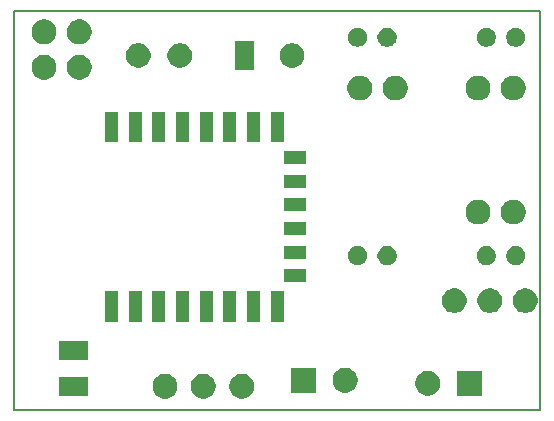
<source format=gbr>
%TF.GenerationSoftware,KiCad,Pcbnew,5.0.1*%
%TF.CreationDate,2019-02-20T12:32:28+01:00*%
%TF.ProjectId,rgbww-micro-board,72676277772D6D6963726F2D626F6172,rev?*%
%TF.SameCoordinates,PXb903480PY55d4a80*%
%TF.FileFunction,Soldermask,Top*%
%TF.FilePolarity,Negative*%
%FSLAX46Y46*%
G04 Gerber Fmt 4.6, Leading zero omitted, Abs format (unit mm)*
G04 Created by KiCad (PCBNEW 5.0.1) date Mi 20 Feb 2019 12:32:28 CET*
%MOMM*%
%LPD*%
G01*
G04 APERTURE LIST*
%ADD10C,0.200000*%
%ADD11C,0.100000*%
G04 APERTURE END LIST*
D10*
X44500000Y33750000D02*
X0Y33750000D01*
X44500000Y0D02*
X44500000Y33750000D01*
X0Y0D02*
X44500000Y0D01*
X0Y33750000D02*
X0Y0D01*
D11*
G36*
X13056414Y3010121D02*
X13056416Y3010120D01*
X13056417Y3010120D01*
X13086078Y2997834D01*
X13247594Y2930932D01*
X13419651Y2815967D01*
X13565967Y2669651D01*
X13680932Y2497594D01*
X13760121Y2306414D01*
X13800490Y2103466D01*
X13800490Y1896534D01*
X13760121Y1693586D01*
X13680932Y1502406D01*
X13565967Y1330349D01*
X13419651Y1184033D01*
X13419648Y1184031D01*
X13247594Y1069068D01*
X13056417Y989880D01*
X13056416Y989880D01*
X13056414Y989879D01*
X12853466Y949510D01*
X12646534Y949510D01*
X12443586Y989879D01*
X12443584Y989880D01*
X12443583Y989880D01*
X12252406Y1069068D01*
X12080352Y1184031D01*
X12080349Y1184033D01*
X11934033Y1330349D01*
X11819068Y1502406D01*
X11739879Y1693586D01*
X11699510Y1896534D01*
X11699510Y2103466D01*
X11739879Y2306414D01*
X11819068Y2497594D01*
X11934033Y2669651D01*
X12080349Y2815967D01*
X12252406Y2930932D01*
X12413922Y2997834D01*
X12443583Y3010120D01*
X12443584Y3010120D01*
X12443586Y3010121D01*
X12646534Y3050490D01*
X12853466Y3050490D01*
X13056414Y3010121D01*
X13056414Y3010121D01*
G37*
G36*
X16306414Y3010121D02*
X16306416Y3010120D01*
X16306417Y3010120D01*
X16336078Y2997834D01*
X16497594Y2930932D01*
X16669651Y2815967D01*
X16815967Y2669651D01*
X16930932Y2497594D01*
X17010121Y2306414D01*
X17050490Y2103466D01*
X17050490Y1896534D01*
X17010121Y1693586D01*
X16930932Y1502406D01*
X16815967Y1330349D01*
X16669651Y1184033D01*
X16669648Y1184031D01*
X16497594Y1069068D01*
X16306417Y989880D01*
X16306416Y989880D01*
X16306414Y989879D01*
X16103466Y949510D01*
X15896534Y949510D01*
X15693586Y989879D01*
X15693584Y989880D01*
X15693583Y989880D01*
X15502406Y1069068D01*
X15330352Y1184031D01*
X15330349Y1184033D01*
X15184033Y1330349D01*
X15069068Y1502406D01*
X14989879Y1693586D01*
X14949510Y1896534D01*
X14949510Y2103466D01*
X14989879Y2306414D01*
X15069068Y2497594D01*
X15184033Y2669651D01*
X15330349Y2815967D01*
X15502406Y2930932D01*
X15663922Y2997834D01*
X15693583Y3010120D01*
X15693584Y3010120D01*
X15693586Y3010121D01*
X15896534Y3050490D01*
X16103466Y3050490D01*
X16306414Y3010121D01*
X16306414Y3010121D01*
G37*
G36*
X19556414Y3010121D02*
X19556416Y3010120D01*
X19556417Y3010120D01*
X19586078Y2997834D01*
X19747594Y2930932D01*
X19919651Y2815967D01*
X20065967Y2669651D01*
X20180932Y2497594D01*
X20260121Y2306414D01*
X20300490Y2103466D01*
X20300490Y1896534D01*
X20260121Y1693586D01*
X20180932Y1502406D01*
X20065967Y1330349D01*
X19919651Y1184033D01*
X19919648Y1184031D01*
X19747594Y1069068D01*
X19556417Y989880D01*
X19556416Y989880D01*
X19556414Y989879D01*
X19353466Y949510D01*
X19146534Y949510D01*
X18943586Y989879D01*
X18943584Y989880D01*
X18943583Y989880D01*
X18752406Y1069068D01*
X18580352Y1184031D01*
X18580349Y1184033D01*
X18434033Y1330349D01*
X18319068Y1502406D01*
X18239879Y1693586D01*
X18199510Y1896534D01*
X18199510Y2103466D01*
X18239879Y2306414D01*
X18319068Y2497594D01*
X18434033Y2669651D01*
X18580349Y2815967D01*
X18752406Y2930932D01*
X18913922Y2997834D01*
X18943583Y3010120D01*
X18943584Y3010120D01*
X18943586Y3010121D01*
X19146534Y3050490D01*
X19353466Y3050490D01*
X19556414Y3010121D01*
X19556414Y3010121D01*
G37*
G36*
X6201000Y1199000D02*
X3799000Y1199000D01*
X3799000Y2801000D01*
X6201000Y2801000D01*
X6201000Y1199000D01*
X6201000Y1199000D01*
G37*
G36*
X39551000Y1199000D02*
X37449000Y1199000D01*
X37449000Y3301000D01*
X39551000Y3301000D01*
X39551000Y1199000D01*
X39551000Y1199000D01*
G37*
G36*
X35306565Y3260611D02*
X35497834Y3181385D01*
X35669976Y3066363D01*
X35816363Y2919976D01*
X35931385Y2747834D01*
X36010611Y2556565D01*
X36051000Y2353516D01*
X36051000Y2146484D01*
X36010611Y1943435D01*
X35931385Y1752166D01*
X35816363Y1580024D01*
X35669976Y1433637D01*
X35497834Y1318615D01*
X35306565Y1239389D01*
X35103516Y1199000D01*
X34896484Y1199000D01*
X34693435Y1239389D01*
X34502166Y1318615D01*
X34330024Y1433637D01*
X34183637Y1580024D01*
X34068615Y1752166D01*
X33989389Y1943435D01*
X33949000Y2146484D01*
X33949000Y2353516D01*
X33989389Y2556565D01*
X34068615Y2747834D01*
X34183637Y2919976D01*
X34330024Y3066363D01*
X34502166Y3181385D01*
X34693435Y3260611D01*
X34896484Y3301000D01*
X35103516Y3301000D01*
X35306565Y3260611D01*
X35306565Y3260611D01*
G37*
G36*
X25551000Y1449000D02*
X23449000Y1449000D01*
X23449000Y3551000D01*
X25551000Y3551000D01*
X25551000Y1449000D01*
X25551000Y1449000D01*
G37*
G36*
X28306565Y3510611D02*
X28497834Y3431385D01*
X28669976Y3316363D01*
X28816363Y3169976D01*
X28931385Y2997834D01*
X29010611Y2806565D01*
X29051000Y2603516D01*
X29051000Y2396484D01*
X29010611Y2193435D01*
X28931385Y2002166D01*
X28816363Y1830024D01*
X28669976Y1683637D01*
X28497834Y1568615D01*
X28306565Y1489389D01*
X28103516Y1449000D01*
X27896484Y1449000D01*
X27693435Y1489389D01*
X27502166Y1568615D01*
X27330024Y1683637D01*
X27183637Y1830024D01*
X27068615Y2002166D01*
X26989389Y2193435D01*
X26949000Y2396484D01*
X26949000Y2603516D01*
X26989389Y2806565D01*
X27068615Y2997834D01*
X27183637Y3169976D01*
X27330024Y3316363D01*
X27502166Y3431385D01*
X27693435Y3510611D01*
X27896484Y3551000D01*
X28103516Y3551000D01*
X28306565Y3510611D01*
X28306565Y3510611D01*
G37*
G36*
X6201000Y4199000D02*
X3799000Y4199000D01*
X3799000Y5801000D01*
X6201000Y5801000D01*
X6201000Y4199000D01*
X6201000Y4199000D01*
G37*
G36*
X10791000Y7439000D02*
X9689000Y7439000D01*
X9689000Y10041000D01*
X10791000Y10041000D01*
X10791000Y7439000D01*
X10791000Y7439000D01*
G37*
G36*
X8791000Y7439000D02*
X7689000Y7439000D01*
X7689000Y10041000D01*
X8791000Y10041000D01*
X8791000Y7439000D01*
X8791000Y7439000D01*
G37*
G36*
X12791000Y7439000D02*
X11689000Y7439000D01*
X11689000Y10041000D01*
X12791000Y10041000D01*
X12791000Y7439000D01*
X12791000Y7439000D01*
G37*
G36*
X14791000Y7439000D02*
X13689000Y7439000D01*
X13689000Y10041000D01*
X14791000Y10041000D01*
X14791000Y7439000D01*
X14791000Y7439000D01*
G37*
G36*
X16791000Y7439000D02*
X15689000Y7439000D01*
X15689000Y10041000D01*
X16791000Y10041000D01*
X16791000Y7439000D01*
X16791000Y7439000D01*
G37*
G36*
X18791000Y7439000D02*
X17689000Y7439000D01*
X17689000Y10041000D01*
X18791000Y10041000D01*
X18791000Y7439000D01*
X18791000Y7439000D01*
G37*
G36*
X22791000Y7439000D02*
X21689000Y7439000D01*
X21689000Y10041000D01*
X22791000Y10041000D01*
X22791000Y7439000D01*
X22791000Y7439000D01*
G37*
G36*
X20791000Y7439000D02*
X19689000Y7439000D01*
X19689000Y10041000D01*
X20791000Y10041000D01*
X20791000Y7439000D01*
X20791000Y7439000D01*
G37*
G36*
X43556414Y10260121D02*
X43556416Y10260120D01*
X43556417Y10260120D01*
X43747594Y10180932D01*
X43919651Y10065967D01*
X44065967Y9919651D01*
X44180932Y9747594D01*
X44260121Y9556414D01*
X44300490Y9353466D01*
X44300490Y9146534D01*
X44260121Y8943586D01*
X44180932Y8752406D01*
X44065967Y8580349D01*
X43919651Y8434033D01*
X43919648Y8434031D01*
X43747594Y8319068D01*
X43556417Y8239880D01*
X43556416Y8239880D01*
X43556414Y8239879D01*
X43353466Y8199510D01*
X43146534Y8199510D01*
X42943586Y8239879D01*
X42943584Y8239880D01*
X42943583Y8239880D01*
X42752406Y8319068D01*
X42580352Y8434031D01*
X42580349Y8434033D01*
X42434033Y8580349D01*
X42319068Y8752406D01*
X42239879Y8943586D01*
X42199510Y9146534D01*
X42199510Y9353466D01*
X42239879Y9556414D01*
X42319068Y9747594D01*
X42434033Y9919651D01*
X42580349Y10065967D01*
X42752406Y10180932D01*
X42943583Y10260120D01*
X42943584Y10260120D01*
X42943586Y10260121D01*
X43146534Y10300490D01*
X43353466Y10300490D01*
X43556414Y10260121D01*
X43556414Y10260121D01*
G37*
G36*
X40556414Y10260121D02*
X40556416Y10260120D01*
X40556417Y10260120D01*
X40747594Y10180932D01*
X40919651Y10065967D01*
X41065967Y9919651D01*
X41180932Y9747594D01*
X41260121Y9556414D01*
X41300490Y9353466D01*
X41300490Y9146534D01*
X41260121Y8943586D01*
X41180932Y8752406D01*
X41065967Y8580349D01*
X40919651Y8434033D01*
X40919648Y8434031D01*
X40747594Y8319068D01*
X40556417Y8239880D01*
X40556416Y8239880D01*
X40556414Y8239879D01*
X40353466Y8199510D01*
X40146534Y8199510D01*
X39943586Y8239879D01*
X39943584Y8239880D01*
X39943583Y8239880D01*
X39752406Y8319068D01*
X39580352Y8434031D01*
X39580349Y8434033D01*
X39434033Y8580349D01*
X39319068Y8752406D01*
X39239879Y8943586D01*
X39199510Y9146534D01*
X39199510Y9353466D01*
X39239879Y9556414D01*
X39319068Y9747594D01*
X39434033Y9919651D01*
X39580349Y10065967D01*
X39752406Y10180932D01*
X39943583Y10260120D01*
X39943584Y10260120D01*
X39943586Y10260121D01*
X40146534Y10300490D01*
X40353466Y10300490D01*
X40556414Y10260121D01*
X40556414Y10260121D01*
G37*
G36*
X37556414Y10260121D02*
X37556416Y10260120D01*
X37556417Y10260120D01*
X37747594Y10180932D01*
X37919651Y10065967D01*
X38065967Y9919651D01*
X38180932Y9747594D01*
X38260121Y9556414D01*
X38300490Y9353466D01*
X38300490Y9146534D01*
X38260121Y8943586D01*
X38180932Y8752406D01*
X38065967Y8580349D01*
X37919651Y8434033D01*
X37919648Y8434031D01*
X37747594Y8319068D01*
X37556417Y8239880D01*
X37556416Y8239880D01*
X37556414Y8239879D01*
X37353466Y8199510D01*
X37146534Y8199510D01*
X36943586Y8239879D01*
X36943584Y8239880D01*
X36943583Y8239880D01*
X36752406Y8319068D01*
X36580352Y8434031D01*
X36580349Y8434033D01*
X36434033Y8580349D01*
X36319068Y8752406D01*
X36239879Y8943586D01*
X36199510Y9146534D01*
X36199510Y9353466D01*
X36239879Y9556414D01*
X36319068Y9747594D01*
X36434033Y9919651D01*
X36580349Y10065967D01*
X36752406Y10180932D01*
X36943583Y10260120D01*
X36943584Y10260120D01*
X36943586Y10260121D01*
X37146534Y10300490D01*
X37353466Y10300490D01*
X37556414Y10260121D01*
X37556414Y10260121D01*
G37*
G36*
X24691000Y10789000D02*
X22789000Y10789000D01*
X22789000Y11891000D01*
X24691000Y11891000D01*
X24691000Y10789000D01*
X24691000Y10789000D01*
G37*
G36*
X40187142Y13831758D02*
X40335102Y13770470D01*
X40468258Y13681498D01*
X40581498Y13568258D01*
X40670470Y13435102D01*
X40731758Y13287142D01*
X40763000Y13130075D01*
X40763000Y12969925D01*
X40731758Y12812858D01*
X40670470Y12664898D01*
X40581498Y12531742D01*
X40468258Y12418502D01*
X40335102Y12329530D01*
X40187142Y12268242D01*
X40030075Y12237000D01*
X39869925Y12237000D01*
X39712858Y12268242D01*
X39564898Y12329530D01*
X39431742Y12418502D01*
X39318502Y12531742D01*
X39229530Y12664898D01*
X39168242Y12812858D01*
X39137000Y12969925D01*
X39137000Y13130075D01*
X39168242Y13287142D01*
X39229530Y13435102D01*
X39318502Y13568258D01*
X39431742Y13681498D01*
X39564898Y13770470D01*
X39712858Y13831758D01*
X39869925Y13863000D01*
X40030075Y13863000D01*
X40187142Y13831758D01*
X40187142Y13831758D01*
G37*
G36*
X31787142Y13831758D02*
X31935102Y13770470D01*
X32068258Y13681498D01*
X32181498Y13568258D01*
X32270470Y13435102D01*
X32331758Y13287142D01*
X32363000Y13130075D01*
X32363000Y12969925D01*
X32331758Y12812858D01*
X32270470Y12664898D01*
X32181498Y12531742D01*
X32068258Y12418502D01*
X31935102Y12329530D01*
X31787142Y12268242D01*
X31630075Y12237000D01*
X31469925Y12237000D01*
X31312858Y12268242D01*
X31164898Y12329530D01*
X31031742Y12418502D01*
X30918502Y12531742D01*
X30829530Y12664898D01*
X30768242Y12812858D01*
X30737000Y12969925D01*
X30737000Y13130075D01*
X30768242Y13287142D01*
X30829530Y13435102D01*
X30918502Y13568258D01*
X31031742Y13681498D01*
X31164898Y13770470D01*
X31312858Y13831758D01*
X31469925Y13863000D01*
X31630075Y13863000D01*
X31787142Y13831758D01*
X31787142Y13831758D01*
G37*
G36*
X42687142Y13831758D02*
X42835102Y13770470D01*
X42968258Y13681498D01*
X43081498Y13568258D01*
X43170470Y13435102D01*
X43231758Y13287142D01*
X43263000Y13130075D01*
X43263000Y12969925D01*
X43231758Y12812858D01*
X43170470Y12664898D01*
X43081498Y12531742D01*
X42968258Y12418502D01*
X42835102Y12329530D01*
X42687142Y12268242D01*
X42530075Y12237000D01*
X42369925Y12237000D01*
X42212858Y12268242D01*
X42064898Y12329530D01*
X41931742Y12418502D01*
X41818502Y12531742D01*
X41729530Y12664898D01*
X41668242Y12812858D01*
X41637000Y12969925D01*
X41637000Y13130075D01*
X41668242Y13287142D01*
X41729530Y13435102D01*
X41818502Y13568258D01*
X41931742Y13681498D01*
X42064898Y13770470D01*
X42212858Y13831758D01*
X42369925Y13863000D01*
X42530075Y13863000D01*
X42687142Y13831758D01*
X42687142Y13831758D01*
G37*
G36*
X29287142Y13831758D02*
X29435102Y13770470D01*
X29568258Y13681498D01*
X29681498Y13568258D01*
X29770470Y13435102D01*
X29831758Y13287142D01*
X29863000Y13130075D01*
X29863000Y12969925D01*
X29831758Y12812858D01*
X29770470Y12664898D01*
X29681498Y12531742D01*
X29568258Y12418502D01*
X29435102Y12329530D01*
X29287142Y12268242D01*
X29130075Y12237000D01*
X28969925Y12237000D01*
X28812858Y12268242D01*
X28664898Y12329530D01*
X28531742Y12418502D01*
X28418502Y12531742D01*
X28329530Y12664898D01*
X28268242Y12812858D01*
X28237000Y12969925D01*
X28237000Y13130075D01*
X28268242Y13287142D01*
X28329530Y13435102D01*
X28418502Y13568258D01*
X28531742Y13681498D01*
X28664898Y13770470D01*
X28812858Y13831758D01*
X28969925Y13863000D01*
X29130075Y13863000D01*
X29287142Y13831758D01*
X29287142Y13831758D01*
G37*
G36*
X24691000Y12789000D02*
X22789000Y12789000D01*
X22789000Y13891000D01*
X24691000Y13891000D01*
X24691000Y12789000D01*
X24691000Y12789000D01*
G37*
G36*
X24691000Y14789000D02*
X22789000Y14789000D01*
X22789000Y15891000D01*
X24691000Y15891000D01*
X24691000Y14789000D01*
X24691000Y14789000D01*
G37*
G36*
X42556414Y17760121D02*
X42556416Y17760120D01*
X42556417Y17760120D01*
X42747594Y17680932D01*
X42919651Y17565967D01*
X43065967Y17419651D01*
X43180932Y17247594D01*
X43260121Y17056414D01*
X43300490Y16853466D01*
X43300490Y16646534D01*
X43260121Y16443586D01*
X43180932Y16252406D01*
X43065967Y16080349D01*
X42919651Y15934033D01*
X42919648Y15934031D01*
X42747594Y15819068D01*
X42556417Y15739880D01*
X42556416Y15739880D01*
X42556414Y15739879D01*
X42353466Y15699510D01*
X42146534Y15699510D01*
X41943586Y15739879D01*
X41943584Y15739880D01*
X41943583Y15739880D01*
X41752406Y15819068D01*
X41580352Y15934031D01*
X41580349Y15934033D01*
X41434033Y16080349D01*
X41319068Y16252406D01*
X41239879Y16443586D01*
X41199510Y16646534D01*
X41199510Y16853466D01*
X41239879Y17056414D01*
X41319068Y17247594D01*
X41434033Y17419651D01*
X41580349Y17565967D01*
X41752406Y17680932D01*
X41943583Y17760120D01*
X41943584Y17760120D01*
X41943586Y17760121D01*
X42146534Y17800490D01*
X42353466Y17800490D01*
X42556414Y17760121D01*
X42556414Y17760121D01*
G37*
G36*
X39556414Y17760121D02*
X39556416Y17760120D01*
X39556417Y17760120D01*
X39747594Y17680932D01*
X39919651Y17565967D01*
X40065967Y17419651D01*
X40180932Y17247594D01*
X40260121Y17056414D01*
X40300490Y16853466D01*
X40300490Y16646534D01*
X40260121Y16443586D01*
X40180932Y16252406D01*
X40065967Y16080349D01*
X39919651Y15934033D01*
X39919648Y15934031D01*
X39747594Y15819068D01*
X39556417Y15739880D01*
X39556416Y15739880D01*
X39556414Y15739879D01*
X39353466Y15699510D01*
X39146534Y15699510D01*
X38943586Y15739879D01*
X38943584Y15739880D01*
X38943583Y15739880D01*
X38752406Y15819068D01*
X38580352Y15934031D01*
X38580349Y15934033D01*
X38434033Y16080349D01*
X38319068Y16252406D01*
X38239879Y16443586D01*
X38199510Y16646534D01*
X38199510Y16853466D01*
X38239879Y17056414D01*
X38319068Y17247594D01*
X38434033Y17419651D01*
X38580349Y17565967D01*
X38752406Y17680932D01*
X38943583Y17760120D01*
X38943584Y17760120D01*
X38943586Y17760121D01*
X39146534Y17800490D01*
X39353466Y17800490D01*
X39556414Y17760121D01*
X39556414Y17760121D01*
G37*
G36*
X24691000Y16789000D02*
X22789000Y16789000D01*
X22789000Y17891000D01*
X24691000Y17891000D01*
X24691000Y16789000D01*
X24691000Y16789000D01*
G37*
G36*
X24691000Y18789000D02*
X22789000Y18789000D01*
X22789000Y19891000D01*
X24691000Y19891000D01*
X24691000Y18789000D01*
X24691000Y18789000D01*
G37*
G36*
X24691000Y20789000D02*
X22789000Y20789000D01*
X22789000Y21891000D01*
X24691000Y21891000D01*
X24691000Y20789000D01*
X24691000Y20789000D01*
G37*
G36*
X22791000Y22639000D02*
X21689000Y22639000D01*
X21689000Y25241000D01*
X22791000Y25241000D01*
X22791000Y22639000D01*
X22791000Y22639000D01*
G37*
G36*
X8791000Y22639000D02*
X7689000Y22639000D01*
X7689000Y25241000D01*
X8791000Y25241000D01*
X8791000Y22639000D01*
X8791000Y22639000D01*
G37*
G36*
X10791000Y22639000D02*
X9689000Y22639000D01*
X9689000Y25241000D01*
X10791000Y25241000D01*
X10791000Y22639000D01*
X10791000Y22639000D01*
G37*
G36*
X12791000Y22639000D02*
X11689000Y22639000D01*
X11689000Y25241000D01*
X12791000Y25241000D01*
X12791000Y22639000D01*
X12791000Y22639000D01*
G37*
G36*
X14791000Y22639000D02*
X13689000Y22639000D01*
X13689000Y25241000D01*
X14791000Y25241000D01*
X14791000Y22639000D01*
X14791000Y22639000D01*
G37*
G36*
X16791000Y22639000D02*
X15689000Y22639000D01*
X15689000Y25241000D01*
X16791000Y25241000D01*
X16791000Y22639000D01*
X16791000Y22639000D01*
G37*
G36*
X18791000Y22639000D02*
X17689000Y22639000D01*
X17689000Y25241000D01*
X18791000Y25241000D01*
X18791000Y22639000D01*
X18791000Y22639000D01*
G37*
G36*
X20791000Y22639000D02*
X19689000Y22639000D01*
X19689000Y25241000D01*
X20791000Y25241000D01*
X20791000Y22639000D01*
X20791000Y22639000D01*
G37*
G36*
X32556414Y28260121D02*
X32556416Y28260120D01*
X32556417Y28260120D01*
X32740112Y28184031D01*
X32747594Y28180932D01*
X32919651Y28065967D01*
X33065967Y27919651D01*
X33180932Y27747594D01*
X33260121Y27556414D01*
X33300490Y27353466D01*
X33300490Y27146534D01*
X33260121Y26943586D01*
X33180932Y26752406D01*
X33065967Y26580349D01*
X32919651Y26434033D01*
X32919648Y26434031D01*
X32747594Y26319068D01*
X32556417Y26239880D01*
X32556416Y26239880D01*
X32556414Y26239879D01*
X32353466Y26199510D01*
X32146534Y26199510D01*
X31943586Y26239879D01*
X31943584Y26239880D01*
X31943583Y26239880D01*
X31752406Y26319068D01*
X31580352Y26434031D01*
X31580349Y26434033D01*
X31434033Y26580349D01*
X31319068Y26752406D01*
X31239879Y26943586D01*
X31199510Y27146534D01*
X31199510Y27353466D01*
X31239879Y27556414D01*
X31319068Y27747594D01*
X31434033Y27919651D01*
X31580349Y28065967D01*
X31752406Y28180932D01*
X31759888Y28184031D01*
X31943583Y28260120D01*
X31943584Y28260120D01*
X31943586Y28260121D01*
X32146534Y28300490D01*
X32353466Y28300490D01*
X32556414Y28260121D01*
X32556414Y28260121D01*
G37*
G36*
X29556414Y28260121D02*
X29556416Y28260120D01*
X29556417Y28260120D01*
X29740112Y28184031D01*
X29747594Y28180932D01*
X29919651Y28065967D01*
X30065967Y27919651D01*
X30180932Y27747594D01*
X30260121Y27556414D01*
X30300490Y27353466D01*
X30300490Y27146534D01*
X30260121Y26943586D01*
X30180932Y26752406D01*
X30065967Y26580349D01*
X29919651Y26434033D01*
X29919648Y26434031D01*
X29747594Y26319068D01*
X29556417Y26239880D01*
X29556416Y26239880D01*
X29556414Y26239879D01*
X29353466Y26199510D01*
X29146534Y26199510D01*
X28943586Y26239879D01*
X28943584Y26239880D01*
X28943583Y26239880D01*
X28752406Y26319068D01*
X28580352Y26434031D01*
X28580349Y26434033D01*
X28434033Y26580349D01*
X28319068Y26752406D01*
X28239879Y26943586D01*
X28199510Y27146534D01*
X28199510Y27353466D01*
X28239879Y27556414D01*
X28319068Y27747594D01*
X28434033Y27919651D01*
X28580349Y28065967D01*
X28752406Y28180932D01*
X28759888Y28184031D01*
X28943583Y28260120D01*
X28943584Y28260120D01*
X28943586Y28260121D01*
X29146534Y28300490D01*
X29353466Y28300490D01*
X29556414Y28260121D01*
X29556414Y28260121D01*
G37*
G36*
X39556414Y28260121D02*
X39556416Y28260120D01*
X39556417Y28260120D01*
X39740112Y28184031D01*
X39747594Y28180932D01*
X39919651Y28065967D01*
X40065967Y27919651D01*
X40180932Y27747594D01*
X40260121Y27556414D01*
X40300490Y27353466D01*
X40300490Y27146534D01*
X40260121Y26943586D01*
X40180932Y26752406D01*
X40065967Y26580349D01*
X39919651Y26434033D01*
X39919648Y26434031D01*
X39747594Y26319068D01*
X39556417Y26239880D01*
X39556416Y26239880D01*
X39556414Y26239879D01*
X39353466Y26199510D01*
X39146534Y26199510D01*
X38943586Y26239879D01*
X38943584Y26239880D01*
X38943583Y26239880D01*
X38752406Y26319068D01*
X38580352Y26434031D01*
X38580349Y26434033D01*
X38434033Y26580349D01*
X38319068Y26752406D01*
X38239879Y26943586D01*
X38199510Y27146534D01*
X38199510Y27353466D01*
X38239879Y27556414D01*
X38319068Y27747594D01*
X38434033Y27919651D01*
X38580349Y28065967D01*
X38752406Y28180932D01*
X38759888Y28184031D01*
X38943583Y28260120D01*
X38943584Y28260120D01*
X38943586Y28260121D01*
X39146534Y28300490D01*
X39353466Y28300490D01*
X39556414Y28260121D01*
X39556414Y28260121D01*
G37*
G36*
X42556414Y28260121D02*
X42556416Y28260120D01*
X42556417Y28260120D01*
X42740112Y28184031D01*
X42747594Y28180932D01*
X42919651Y28065967D01*
X43065967Y27919651D01*
X43180932Y27747594D01*
X43260121Y27556414D01*
X43300490Y27353466D01*
X43300490Y27146534D01*
X43260121Y26943586D01*
X43180932Y26752406D01*
X43065967Y26580349D01*
X42919651Y26434033D01*
X42919648Y26434031D01*
X42747594Y26319068D01*
X42556417Y26239880D01*
X42556416Y26239880D01*
X42556414Y26239879D01*
X42353466Y26199510D01*
X42146534Y26199510D01*
X41943586Y26239879D01*
X41943584Y26239880D01*
X41943583Y26239880D01*
X41752406Y26319068D01*
X41580352Y26434031D01*
X41580349Y26434033D01*
X41434033Y26580349D01*
X41319068Y26752406D01*
X41239879Y26943586D01*
X41199510Y27146534D01*
X41199510Y27353466D01*
X41239879Y27556414D01*
X41319068Y27747594D01*
X41434033Y27919651D01*
X41580349Y28065967D01*
X41752406Y28180932D01*
X41759888Y28184031D01*
X41943583Y28260120D01*
X41943584Y28260120D01*
X41943586Y28260121D01*
X42146534Y28300490D01*
X42353466Y28300490D01*
X42556414Y28260121D01*
X42556414Y28260121D01*
G37*
G36*
X5806414Y30010121D02*
X5806416Y30010120D01*
X5806417Y30010120D01*
X5997594Y29930932D01*
X6169651Y29815967D01*
X6315967Y29669651D01*
X6430932Y29497594D01*
X6510121Y29306414D01*
X6550490Y29103466D01*
X6550490Y28896534D01*
X6510121Y28693586D01*
X6430932Y28502406D01*
X6315967Y28330349D01*
X6169651Y28184033D01*
X6169648Y28184031D01*
X5997594Y28069068D01*
X5806417Y27989880D01*
X5806416Y27989880D01*
X5806414Y27989879D01*
X5603466Y27949510D01*
X5396534Y27949510D01*
X5193586Y27989879D01*
X5193584Y27989880D01*
X5193583Y27989880D01*
X5002406Y28069068D01*
X4830352Y28184031D01*
X4830349Y28184033D01*
X4684033Y28330349D01*
X4569068Y28502406D01*
X4489879Y28693586D01*
X4449510Y28896534D01*
X4449510Y29103466D01*
X4489879Y29306414D01*
X4569068Y29497594D01*
X4684033Y29669651D01*
X4830349Y29815967D01*
X5002406Y29930932D01*
X5193583Y30010120D01*
X5193584Y30010120D01*
X5193586Y30010121D01*
X5396534Y30050490D01*
X5603466Y30050490D01*
X5806414Y30010121D01*
X5806414Y30010121D01*
G37*
G36*
X2806414Y30010121D02*
X2806416Y30010120D01*
X2806417Y30010120D01*
X2997594Y29930932D01*
X3169651Y29815967D01*
X3315967Y29669651D01*
X3430932Y29497594D01*
X3510121Y29306414D01*
X3550490Y29103466D01*
X3550490Y28896534D01*
X3510121Y28693586D01*
X3430932Y28502406D01*
X3315967Y28330349D01*
X3169651Y28184033D01*
X3169648Y28184031D01*
X2997594Y28069068D01*
X2806417Y27989880D01*
X2806416Y27989880D01*
X2806414Y27989879D01*
X2603466Y27949510D01*
X2396534Y27949510D01*
X2193586Y27989879D01*
X2193584Y27989880D01*
X2193583Y27989880D01*
X2002406Y28069068D01*
X1830352Y28184031D01*
X1830349Y28184033D01*
X1684033Y28330349D01*
X1569068Y28502406D01*
X1489879Y28693586D01*
X1449510Y28896534D01*
X1449510Y29103466D01*
X1489879Y29306414D01*
X1569068Y29497594D01*
X1684033Y29669651D01*
X1830349Y29815967D01*
X2002406Y29930932D01*
X2193583Y30010120D01*
X2193584Y30010120D01*
X2193586Y30010121D01*
X2396534Y30050490D01*
X2603466Y30050490D01*
X2806414Y30010121D01*
X2806414Y30010121D01*
G37*
G36*
X20301000Y28799000D02*
X18699000Y28799000D01*
X18699000Y31201000D01*
X20301000Y31201000D01*
X20301000Y28799000D01*
X20301000Y28799000D01*
G37*
G36*
X10806414Y31010121D02*
X10806416Y31010120D01*
X10806417Y31010120D01*
X10855283Y30989879D01*
X10997594Y30930932D01*
X11169651Y30815967D01*
X11315967Y30669651D01*
X11430932Y30497594D01*
X11510121Y30306414D01*
X11550490Y30103466D01*
X11550490Y29896534D01*
X11510121Y29693586D01*
X11430932Y29502406D01*
X11315967Y29330349D01*
X11169651Y29184033D01*
X11169648Y29184031D01*
X10997594Y29069068D01*
X10806417Y28989880D01*
X10806416Y28989880D01*
X10806414Y28989879D01*
X10603466Y28949510D01*
X10396534Y28949510D01*
X10193586Y28989879D01*
X10193584Y28989880D01*
X10193583Y28989880D01*
X10002406Y29069068D01*
X9830352Y29184031D01*
X9830349Y29184033D01*
X9684033Y29330349D01*
X9569068Y29502406D01*
X9489879Y29693586D01*
X9449510Y29896534D01*
X9449510Y30103466D01*
X9489879Y30306414D01*
X9569068Y30497594D01*
X9684033Y30669651D01*
X9830349Y30815967D01*
X10002406Y30930932D01*
X10144717Y30989879D01*
X10193583Y31010120D01*
X10193584Y31010120D01*
X10193586Y31010121D01*
X10396534Y31050490D01*
X10603466Y31050490D01*
X10806414Y31010121D01*
X10806414Y31010121D01*
G37*
G36*
X14306414Y31010121D02*
X14306416Y31010120D01*
X14306417Y31010120D01*
X14355283Y30989879D01*
X14497594Y30930932D01*
X14669651Y30815967D01*
X14815967Y30669651D01*
X14930932Y30497594D01*
X15010121Y30306414D01*
X15050490Y30103466D01*
X15050490Y29896534D01*
X15010121Y29693586D01*
X14930932Y29502406D01*
X14815967Y29330349D01*
X14669651Y29184033D01*
X14669648Y29184031D01*
X14497594Y29069068D01*
X14306417Y28989880D01*
X14306416Y28989880D01*
X14306414Y28989879D01*
X14103466Y28949510D01*
X13896534Y28949510D01*
X13693586Y28989879D01*
X13693584Y28989880D01*
X13693583Y28989880D01*
X13502406Y29069068D01*
X13330352Y29184031D01*
X13330349Y29184033D01*
X13184033Y29330349D01*
X13069068Y29502406D01*
X12989879Y29693586D01*
X12949510Y29896534D01*
X12949510Y30103466D01*
X12989879Y30306414D01*
X13069068Y30497594D01*
X13184033Y30669651D01*
X13330349Y30815967D01*
X13502406Y30930932D01*
X13644717Y30989879D01*
X13693583Y31010120D01*
X13693584Y31010120D01*
X13693586Y31010121D01*
X13896534Y31050490D01*
X14103466Y31050490D01*
X14306414Y31010121D01*
X14306414Y31010121D01*
G37*
G36*
X23806414Y31010121D02*
X23806416Y31010120D01*
X23806417Y31010120D01*
X23855283Y30989879D01*
X23997594Y30930932D01*
X24169651Y30815967D01*
X24315967Y30669651D01*
X24430932Y30497594D01*
X24510121Y30306414D01*
X24550490Y30103466D01*
X24550490Y29896534D01*
X24510121Y29693586D01*
X24430932Y29502406D01*
X24315967Y29330349D01*
X24169651Y29184033D01*
X24169648Y29184031D01*
X23997594Y29069068D01*
X23806417Y28989880D01*
X23806416Y28989880D01*
X23806414Y28989879D01*
X23603466Y28949510D01*
X23396534Y28949510D01*
X23193586Y28989879D01*
X23193584Y28989880D01*
X23193583Y28989880D01*
X23002406Y29069068D01*
X22830352Y29184031D01*
X22830349Y29184033D01*
X22684033Y29330349D01*
X22569068Y29502406D01*
X22489879Y29693586D01*
X22449510Y29896534D01*
X22449510Y30103466D01*
X22489879Y30306414D01*
X22569068Y30497594D01*
X22684033Y30669651D01*
X22830349Y30815967D01*
X23002406Y30930932D01*
X23144717Y30989879D01*
X23193583Y31010120D01*
X23193584Y31010120D01*
X23193586Y31010121D01*
X23396534Y31050490D01*
X23603466Y31050490D01*
X23806414Y31010121D01*
X23806414Y31010121D01*
G37*
G36*
X29287142Y32331758D02*
X29435102Y32270470D01*
X29568258Y32181498D01*
X29681498Y32068258D01*
X29770470Y31935102D01*
X29831758Y31787142D01*
X29863000Y31630075D01*
X29863000Y31469925D01*
X29831758Y31312858D01*
X29785424Y31201000D01*
X29770471Y31164900D01*
X29706439Y31069068D01*
X29681498Y31031742D01*
X29568258Y30918502D01*
X29435102Y30829530D01*
X29287142Y30768242D01*
X29130075Y30737000D01*
X28969925Y30737000D01*
X28812858Y30768242D01*
X28664898Y30829530D01*
X28531742Y30918502D01*
X28418502Y31031742D01*
X28393562Y31069068D01*
X28329529Y31164900D01*
X28314576Y31201000D01*
X28268242Y31312858D01*
X28237000Y31469925D01*
X28237000Y31630075D01*
X28268242Y31787142D01*
X28329530Y31935102D01*
X28418502Y32068258D01*
X28531742Y32181498D01*
X28664898Y32270470D01*
X28812858Y32331758D01*
X28969925Y32363000D01*
X29130075Y32363000D01*
X29287142Y32331758D01*
X29287142Y32331758D01*
G37*
G36*
X31787142Y32331758D02*
X31935102Y32270470D01*
X32068258Y32181498D01*
X32181498Y32068258D01*
X32270470Y31935102D01*
X32331758Y31787142D01*
X32363000Y31630075D01*
X32363000Y31469925D01*
X32331758Y31312858D01*
X32285424Y31201000D01*
X32270471Y31164900D01*
X32206439Y31069068D01*
X32181498Y31031742D01*
X32068258Y30918502D01*
X31935102Y30829530D01*
X31787142Y30768242D01*
X31630075Y30737000D01*
X31469925Y30737000D01*
X31312858Y30768242D01*
X31164898Y30829530D01*
X31031742Y30918502D01*
X30918502Y31031742D01*
X30893562Y31069068D01*
X30829529Y31164900D01*
X30814576Y31201000D01*
X30768242Y31312858D01*
X30737000Y31469925D01*
X30737000Y31630075D01*
X30768242Y31787142D01*
X30829530Y31935102D01*
X30918502Y32068258D01*
X31031742Y32181498D01*
X31164898Y32270470D01*
X31312858Y32331758D01*
X31469925Y32363000D01*
X31630075Y32363000D01*
X31787142Y32331758D01*
X31787142Y32331758D01*
G37*
G36*
X40187142Y32331758D02*
X40335102Y32270470D01*
X40468258Y32181498D01*
X40581498Y32068258D01*
X40670470Y31935102D01*
X40731758Y31787142D01*
X40763000Y31630075D01*
X40763000Y31469925D01*
X40731758Y31312858D01*
X40685424Y31201000D01*
X40670471Y31164900D01*
X40606439Y31069068D01*
X40581498Y31031742D01*
X40468258Y30918502D01*
X40335102Y30829530D01*
X40187142Y30768242D01*
X40030075Y30737000D01*
X39869925Y30737000D01*
X39712858Y30768242D01*
X39564898Y30829530D01*
X39431742Y30918502D01*
X39318502Y31031742D01*
X39293562Y31069068D01*
X39229529Y31164900D01*
X39214576Y31201000D01*
X39168242Y31312858D01*
X39137000Y31469925D01*
X39137000Y31630075D01*
X39168242Y31787142D01*
X39229530Y31935102D01*
X39318502Y32068258D01*
X39431742Y32181498D01*
X39564898Y32270470D01*
X39712858Y32331758D01*
X39869925Y32363000D01*
X40030075Y32363000D01*
X40187142Y32331758D01*
X40187142Y32331758D01*
G37*
G36*
X42687142Y32331758D02*
X42835102Y32270470D01*
X42968258Y32181498D01*
X43081498Y32068258D01*
X43170470Y31935102D01*
X43231758Y31787142D01*
X43263000Y31630075D01*
X43263000Y31469925D01*
X43231758Y31312858D01*
X43185424Y31201000D01*
X43170471Y31164900D01*
X43106439Y31069068D01*
X43081498Y31031742D01*
X42968258Y30918502D01*
X42835102Y30829530D01*
X42687142Y30768242D01*
X42530075Y30737000D01*
X42369925Y30737000D01*
X42212858Y30768242D01*
X42064898Y30829530D01*
X41931742Y30918502D01*
X41818502Y31031742D01*
X41793562Y31069068D01*
X41729529Y31164900D01*
X41714576Y31201000D01*
X41668242Y31312858D01*
X41637000Y31469925D01*
X41637000Y31630075D01*
X41668242Y31787142D01*
X41729530Y31935102D01*
X41818502Y32068258D01*
X41931742Y32181498D01*
X42064898Y32270470D01*
X42212858Y32331758D01*
X42369925Y32363000D01*
X42530075Y32363000D01*
X42687142Y32331758D01*
X42687142Y32331758D01*
G37*
G36*
X2806414Y33010121D02*
X2806416Y33010120D01*
X2806417Y33010120D01*
X2997594Y32930932D01*
X3169651Y32815967D01*
X3315967Y32669651D01*
X3315969Y32669648D01*
X3430932Y32497594D01*
X3486683Y32363000D01*
X3510121Y32306414D01*
X3550490Y32103466D01*
X3550490Y31896534D01*
X3510121Y31693586D01*
X3430932Y31502406D01*
X3315967Y31330349D01*
X3169651Y31184033D01*
X3169648Y31184031D01*
X2997594Y31069068D01*
X2806417Y30989880D01*
X2806416Y30989880D01*
X2806414Y30989879D01*
X2603466Y30949510D01*
X2396534Y30949510D01*
X2193586Y30989879D01*
X2193584Y30989880D01*
X2193583Y30989880D01*
X2002406Y31069068D01*
X1830352Y31184031D01*
X1830349Y31184033D01*
X1684033Y31330349D01*
X1569068Y31502406D01*
X1489879Y31693586D01*
X1449510Y31896534D01*
X1449510Y32103466D01*
X1489879Y32306414D01*
X1513318Y32363000D01*
X1569068Y32497594D01*
X1684031Y32669648D01*
X1684033Y32669651D01*
X1830349Y32815967D01*
X2002406Y32930932D01*
X2193583Y33010120D01*
X2193584Y33010120D01*
X2193586Y33010121D01*
X2396534Y33050490D01*
X2603466Y33050490D01*
X2806414Y33010121D01*
X2806414Y33010121D01*
G37*
G36*
X5806414Y33010121D02*
X5806416Y33010120D01*
X5806417Y33010120D01*
X5997594Y32930932D01*
X6169651Y32815967D01*
X6315967Y32669651D01*
X6315969Y32669648D01*
X6430932Y32497594D01*
X6486683Y32363000D01*
X6510121Y32306414D01*
X6550490Y32103466D01*
X6550490Y31896534D01*
X6510121Y31693586D01*
X6430932Y31502406D01*
X6315967Y31330349D01*
X6169651Y31184033D01*
X6169648Y31184031D01*
X5997594Y31069068D01*
X5806417Y30989880D01*
X5806416Y30989880D01*
X5806414Y30989879D01*
X5603466Y30949510D01*
X5396534Y30949510D01*
X5193586Y30989879D01*
X5193584Y30989880D01*
X5193583Y30989880D01*
X5002406Y31069068D01*
X4830352Y31184031D01*
X4830349Y31184033D01*
X4684033Y31330349D01*
X4569068Y31502406D01*
X4489879Y31693586D01*
X4449510Y31896534D01*
X4449510Y32103466D01*
X4489879Y32306414D01*
X4513318Y32363000D01*
X4569068Y32497594D01*
X4684031Y32669648D01*
X4684033Y32669651D01*
X4830349Y32815967D01*
X5002406Y32930932D01*
X5193583Y33010120D01*
X5193584Y33010120D01*
X5193586Y33010121D01*
X5396534Y33050490D01*
X5603466Y33050490D01*
X5806414Y33010121D01*
X5806414Y33010121D01*
G37*
M02*

</source>
